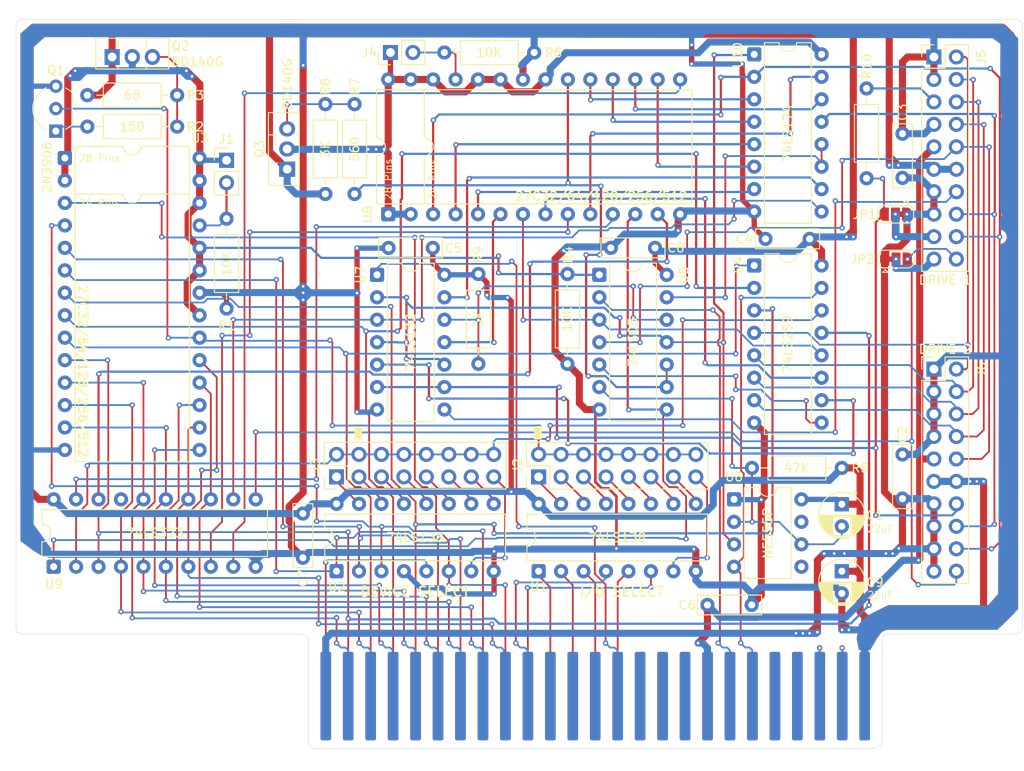
<source format=kicad_pcb>
(kicad_pcb
	(version 20241229)
	(generator "pcbnew")
	(generator_version "9.0")
	(general
		(thickness 1.6)
		(legacy_teardrops no)
	)
	(paper "A4")
	(layers
		(0 "F.Cu" signal)
		(2 "B.Cu" signal)
		(9 "F.Adhes" user "F.Adhesive")
		(11 "B.Adhes" user "B.Adhesive")
		(13 "F.Paste" user)
		(15 "B.Paste" user)
		(5 "F.SilkS" user "F.Silkscreen")
		(7 "B.SilkS" user "B.Silkscreen")
		(1 "F.Mask" user)
		(3 "B.Mask" user)
		(17 "Dwgs.User" user "User.Drawings")
		(19 "Cmts.User" user "User.Comments")
		(21 "Eco1.User" user "User.Eco1")
		(23 "Eco2.User" user "User.Eco2")
		(25 "Edge.Cuts" user)
		(27 "Margin" user)
		(31 "F.CrtYd" user "F.Courtyard")
		(29 "B.CrtYd" user "B.Courtyard")
		(35 "F.Fab" user)
		(33 "B.Fab" user)
		(39 "User.1" user)
		(41 "User.2" user)
		(43 "User.3" user)
		(45 "User.4" user)
	)
	(setup
		(pad_to_mask_clearance 0)
		(allow_soldermask_bridges_in_footprints no)
		(tenting front back)
		(pcbplotparams
			(layerselection 0x00000000_00000000_55555555_5755f5ff)
			(plot_on_all_layers_selection 0x00000000_00000000_00000000_00000000)
			(disableapertmacros no)
			(usegerberextensions no)
			(usegerberattributes yes)
			(usegerberadvancedattributes yes)
			(creategerberjobfile yes)
			(dashed_line_dash_ratio 12.000000)
			(dashed_line_gap_ratio 3.000000)
			(svgprecision 4)
			(plotframeref no)
			(mode 1)
			(useauxorigin no)
			(hpglpennumber 1)
			(hpglpenspeed 20)
			(hpglpendiameter 15.000000)
			(pdf_front_fp_property_popups yes)
			(pdf_back_fp_property_popups yes)
			(pdf_metadata yes)
			(pdf_single_document no)
			(dxfpolygonmode yes)
			(dxfimperialunits yes)
			(dxfusepcbnewfont yes)
			(psnegative no)
			(psa4output no)
			(plot_black_and_white yes)
			(sketchpadsonfab no)
			(plotpadnumbers no)
			(hidednponfab no)
			(sketchdnponfab yes)
			(crossoutdnponfab yes)
			(subtractmaskfromsilk no)
			(outputformat 1)
			(mirror no)
			(drillshape 1)
			(scaleselection 1)
			(outputdirectory "")
		)
	)
	(net 0 "")
	(net 1 "-12V")
	(net 2 "GND")
	(net 3 "+5V")
	(net 4 "Net-(U6-THR)")
	(net 5 "+12V")
	(net 6 "Net-(J1-Pin_2)")
	(net 7 "~{IOSEL}")
	(net 8 "Net-(J2-Pin_5)")
	(net 9 "Net-(J2-Pin_7)")
	(net 10 "/VCC_SWITCHED_1")
	(net 11 "Net-(J2-Pin_15)")
	(net 12 "Net-(J2-Pin_3)")
	(net 13 "Net-(J2-Pin_9)")
	(net 14 "Net-(J2-Pin_11)")
	(net 15 "Net-(J2-Pin_13)")
	(net 16 "Net-(J2-Pin_1)")
	(net 17 "Net-(J3-Pin_11)")
	(net 18 "Net-(J3-Pin_5)")
	(net 19 "Net-(J3-Pin_7)")
	(net 20 "Net-(J3-Pin_9)")
	(net 21 "Net-(J3-Pin_1)")
	(net 22 "Net-(J3-Pin_13)")
	(net 23 "Net-(J3-Pin_15)")
	(net 24 "Net-(J3-Pin_3)")
	(net 25 "Net-(J4-Pin_2)")
	(net 26 "/PH1")
	(net 27 "/PH0")
	(net 28 "/WR DATA")
	(net 29 "/W PROT")
	(net 30 "/RD DATA")
	(net 31 "/PH2")
	(net 32 "/PH3")
	(net 33 "Net-(J5-Pin_17)")
	(net 34 "/WR REQ")
	(net 35 "Net-(J5-Pin_19)")
	(net 36 "/~{ENBL 1}")
	(net 37 "Net-(J5-Pin_5)")
	(net 38 "/~{ENBL 2}")
	(net 39 "A12")
	(net 40 "D0")
	(net 41 "A10")
	(net 42 "A3")
	(net 43 "A14")
	(net 44 "D3")
	(net 45 "unconnected-(P1-Pin_40-Pad40)")
	(net 46 "2M")
	(net 47 "~{RESET}")
	(net 48 "unconnected-(P1-Pin_30-Pad30)")
	(net 49 "A4")
	(net 50 "~{EXTC}")
	(net 51 "unconnected-(P1-Pin_18-Pad18)")
	(net 52 "unconnected-(P1-Pin_38-Pad38)")
	(net 53 "D1")
	(net 54 "unconnected-(P1-Pin_29-Pad29)")
	(net 55 "A0")
	(net 56 "A15")
	(net 57 "D6")
	(net 58 "unconnected-(P1-Pin_36-Pad36)")
	(net 59 "A5")
	(net 60 "unconnected-(P1-Pin_22-Pad22)")
	(net 61 "~{EXTE}")
	(net 62 "Net-(P1-Pin_24)")
	(net 63 "~{EXT8}")
	(net 64 "unconnected-(P1-Pin_34-Pad34)")
	(net 65 "A8")
	(net 66 "D2")
	(net 67 "A2")
	(net 68 "D7")
	(net 69 "A7")
	(net 70 "Net-(P1-Pin_23)")
	(net 71 "A6")
	(net 72 "unconnected-(P1-Pin_21-Pad21)")
	(net 73 "~{EXT_MEM}")
	(net 74 "D4")
	(net 75 "D5")
	(net 76 "A9")
	(net 77 "A13")
	(net 78 "A11")
	(net 79 "unconnected-(P1-Pin_39-Pad39)")
	(net 80 "~{EXT6}")
	(net 81 "A1")
	(net 82 "Net-(Q1-E)")
	(net 83 "Net-(Q2-B)")
	(net 84 "Net-(Q3-B)")
	(net 85 "Net-(U8-~{CE})")
	(net 86 "Net-(R9-Pad2)")
	(net 87 "Net-(U4-Q6)")
	(net 88 "Net-(U4-Q5)")
	(net 89 "Net-(U4-Q7)")
	(net 90 "Net-(U4-Q4)")
	(net 91 "Net-(U10-D3)")
	(net 92 "Net-(U8-D1)")
	(net 93 "Net-(U10-~{Mr})")
	(net 94 "Net-(U8-A4)")
	(net 95 "Net-(U10-Q3)")
	(net 96 "Net-(U10-Cp)")
	(net 97 "Net-(U8-D3)")
	(net 98 "Net-(U10-Q5)")
	(net 99 "Net-(U10-Q2)")
	(net 100 "Net-(U8-A1)")
	(net 101 "Net-(U10-D2)")
	(net 102 "Net-(U8-D0)")
	(net 103 "Net-(U10-Q1)")
	(net 104 "unconnected-(U6-DIS-Pad7)")
	(net 105 "Net-(U10-D0)")
	(net 106 "unconnected-(U6-CV-Pad5)")
	(net 107 "Net-(U10-D5)")
	(net 108 "Net-(U8-D2)")
	(net 109 "Net-(U10-D1)")
	(net 110 "unconnected-(U9-Q7-Pad17)")
	(net 111 "/VCC_SWITCHED_2")
	(net 112 "/~{IOEN}")
	(net 113 "/~{DEVEN}")
	(footprint "Connector_PinHeader_2.54mm:PinHeader_1x02_P2.54mm_Vertical" (layer "F.Cu") (at 69.565185 66.517185))
	(footprint "Capacitor_THT:C_Rect_L7.0mm_W2.0mm_P5.00mm" (layer "F.Cu") (at 118.034185 76.423185 180))
	(footprint "Resistor_THT:R_Axial_DIN0207_L6.3mm_D2.5mm_P10.16mm_Horizontal" (layer "F.Cu") (at 94.203185 54.325185))
	(footprint "Connector_PinHeader_2.54mm:PinHeader_1x02_P2.54mm_Vertical" (layer "F.Cu") (at 88.107185 54.325185 90))
	(footprint "Capacitor_THT:CP_Radial_D5.0mm_P2.50mm" (layer "F.Cu") (at 139.161185 112.999185 -90))
	(footprint "Resistor_THT:R_Axial_DIN0207_L6.3mm_D2.5mm_P10.16mm_Horizontal" (layer "F.Cu") (at 84.043185 60.167185 -90))
	(footprint "Capacitor_THT:C_Rect_L7.0mm_W2.0mm_P5.00mm" (layer "F.Cu") (at 146.019185 104.791185 90))
	(footprint "Package_DIP:DIP-16_W7.62mm" (layer "F.Cu") (at 129.250185 54.539185))
	(footprint "Package_DIP:DIP-16_W7.62mm" (layer "F.Cu") (at 82.006185 112.994185 90))
	(footprint "Package_TO_SOT_THT:TO-92_Inline_Wide" (layer "F.Cu") (at 50.261185 63.215185 90))
	(footprint "Resistor_THT:R_Axial_DIN0207_L6.3mm_D2.5mm_P10.16mm_Horizontal" (layer "F.Cu") (at 141.955185 68.549185 90))
	(footprint "Capacitor_THT:CP_Radial_D5.0mm_P2.50mm" (layer "F.Cu") (at 139.156185 105.419185 -90))
	(footprint "Resistor_THT:R_Axial_DIN0207_L6.3mm_D2.5mm_P10.16mm_Horizontal" (layer "F.Cu") (at 53.817185 59.151185))
	(footprint "Package_DIP:DIP-16_W7.62mm" (layer "F.Cu") (at 104.866185 112.999185 90))
	(footprint "TK2000:DIP-28-24_W15.24mm" (layer "F.Cu") (at 87.853185 72.613185 90))
	(footprint "Package_DIP:DIP-14_W7.62mm" (layer "F.Cu") (at 111.729185 79.471185))
	(footprint "Resistor_THT:R_Axial_DIN0207_L6.3mm_D2.5mm_P10.16mm_Horizontal" (layer "F.Cu") (at 69.565185 73.121185 -90))
	(footprint "Capacitor_THT:C_Rect_L7.0mm_W2.0mm_P5.00mm" (layer "F.Cu") (at 146.019185 68.509185 90))
	(footprint "Jumper:SolderJumper-3_P1.3mm_Bridged12_RoundedPad1.0x1.5mm" (layer "F.Cu") (at 145.287185 77.693185))
	(footprint "Resistor_THT:R_Axial_DIN0207_L6.3mm_D2.5mm_P10.16mm_Horizontal" (layer "F.Cu") (at 98.053185 79.382185 -90))
	(footprint "TK2000:DIP-28-24_W15.24mm" (layer "F.Cu") (at 51.277185 66.263185))
	(footprint "Capacitor_THT:C_Rect_L7.0mm_W2.0mm_P5.00mm" (layer "F.Cu") (at 135.525185 75.407185 180))
	(footprint "Capacitor_THT:C_Rect_L7.0mm_W2.0mm_P5.00mm" (layer "F.Cu") (at 78.201185 106.475185 -90))
	(footprint "Capacitor_THT:C_Rect_L7.0mm_W2.0mm_P5.00mm" (layer "F.Cu") (at 92.893185 76.428185 180))
	(footprint "Package_TO_SOT_THT:TO-126-3_Vertical" (layer "F.Cu") (at 56.623185 54.833185))
	(footprint "Package_DIP:DIP-14_W7.62mm" (layer "F.Cu") (at 86.588185 79.471185))
	(footprint "Resistor_THT:R_Axial_DIN0207_L6.3mm_D2.5mm_P10.16mm_Horizontal"
		(layer "F.C
... [361618 chars truncated]
</source>
